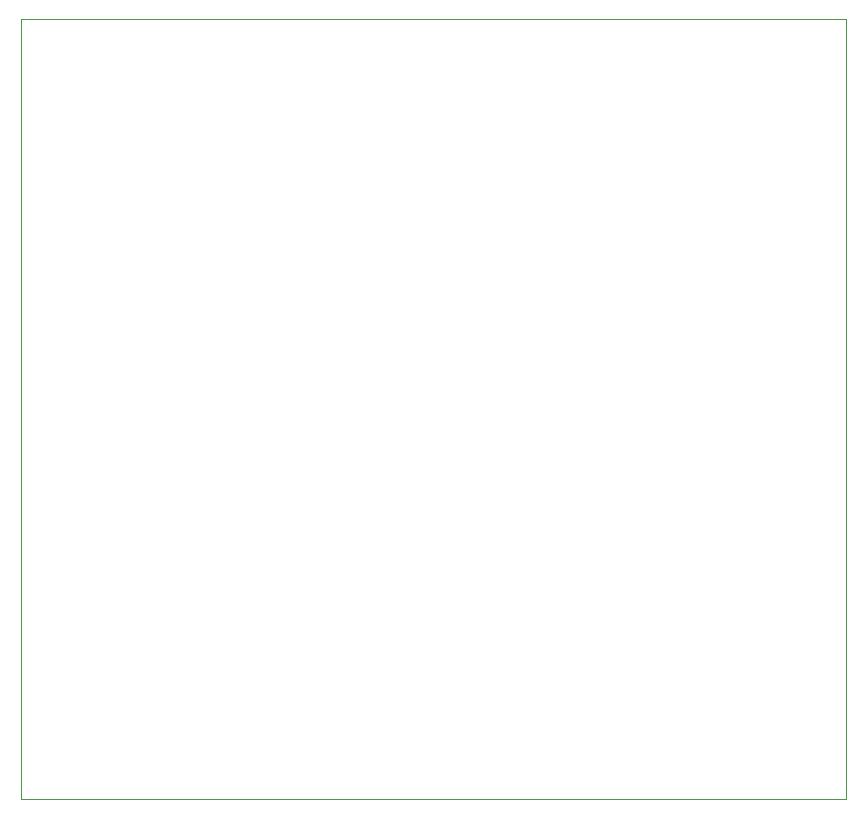
<source format=gm1>
G04 #@! TF.GenerationSoftware,KiCad,Pcbnew,(5.1.0)-1*
G04 #@! TF.CreationDate,2019-06-16T12:43:21+02:00*
G04 #@! TF.ProjectId,Micromouse,4d696372-6f6d-46f7-9573-652e6b696361,rev?*
G04 #@! TF.SameCoordinates,Original*
G04 #@! TF.FileFunction,Profile,NP*
%FSLAX46Y46*%
G04 Gerber Fmt 4.6, Leading zero omitted, Abs format (unit mm)*
G04 Created by KiCad (PCBNEW (5.1.0)-1) date 2019-06-16 12:43:21*
%MOMM*%
%LPD*%
G04 APERTURE LIST*
%ADD10C,0.050000*%
G04 APERTURE END LIST*
D10*
X191770000Y-76200000D02*
X190500000Y-76200000D01*
X191770000Y-142240000D02*
X191770000Y-76200000D01*
X121920000Y-142240000D02*
X191770000Y-142240000D01*
X121920000Y-76200000D02*
X121920000Y-142240000D01*
X121920000Y-76200000D02*
X190500000Y-76200000D01*
M02*

</source>
